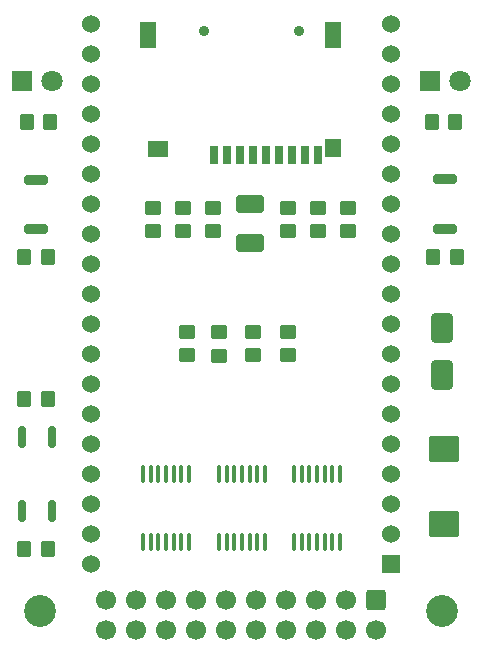
<source format=gbr>
%TF.GenerationSoftware,KiCad,Pcbnew,7.0.9*%
%TF.CreationDate,2024-01-05T00:29:13-06:00*%
%TF.ProjectId,FujiApple-DevKit-IDC-20,46756a69-4170-4706-9c65-2d4465764b69,1.0*%
%TF.SameCoordinates,Original*%
%TF.FileFunction,Soldermask,Top*%
%TF.FilePolarity,Negative*%
%FSLAX46Y46*%
G04 Gerber Fmt 4.6, Leading zero omitted, Abs format (unit mm)*
G04 Created by KiCad (PCBNEW 7.0.9) date 2024-01-05 00:29:13*
%MOMM*%
%LPD*%
G01*
G04 APERTURE LIST*
G04 Aperture macros list*
%AMRoundRect*
0 Rectangle with rounded corners*
0 $1 Rounding radius*
0 $2 $3 $4 $5 $6 $7 $8 $9 X,Y pos of 4 corners*
0 Add a 4 corners polygon primitive as box body*
4,1,4,$2,$3,$4,$5,$6,$7,$8,$9,$2,$3,0*
0 Add four circle primitives for the rounded corners*
1,1,$1+$1,$2,$3*
1,1,$1+$1,$4,$5*
1,1,$1+$1,$6,$7*
1,1,$1+$1,$8,$9*
0 Add four rect primitives between the rounded corners*
20,1,$1+$1,$2,$3,$4,$5,0*
20,1,$1+$1,$4,$5,$6,$7,0*
20,1,$1+$1,$6,$7,$8,$9,0*
20,1,$1+$1,$8,$9,$2,$3,0*%
G04 Aperture macros list end*
%ADD10RoundRect,0.250000X-0.350000X-0.450000X0.350000X-0.450000X0.350000X0.450000X-0.350000X0.450000X0*%
%ADD11RoundRect,0.250000X-0.650000X1.000000X-0.650000X-1.000000X0.650000X-1.000000X0.650000X1.000000X0*%
%ADD12RoundRect,0.250001X-0.924999X0.499999X-0.924999X-0.499999X0.924999X-0.499999X0.924999X0.499999X0*%
%ADD13RoundRect,0.250000X-0.450000X0.350000X-0.450000X-0.350000X0.450000X-0.350000X0.450000X0.350000X0*%
%ADD14RoundRect,0.250000X0.350000X0.450000X-0.350000X0.450000X-0.350000X-0.450000X0.350000X-0.450000X0*%
%ADD15RoundRect,0.100000X-0.100000X0.637500X-0.100000X-0.637500X0.100000X-0.637500X0.100000X0.637500X0*%
%ADD16RoundRect,0.250000X0.450000X-0.350000X0.450000X0.350000X-0.450000X0.350000X-0.450000X-0.350000X0*%
%ADD17R,1.530000X1.530000*%
%ADD18C,1.530000*%
%ADD19C,2.700000*%
%ADD20RoundRect,0.250000X-1.025000X0.875000X-1.025000X-0.875000X1.025000X-0.875000X1.025000X0.875000X0*%
%ADD21RoundRect,0.250000X-0.600000X0.600000X-0.600000X-0.600000X0.600000X-0.600000X0.600000X0.600000X0*%
%ADD22C,1.700000*%
%ADD23RoundRect,0.200000X0.800000X-0.200000X0.800000X0.200000X-0.800000X0.200000X-0.800000X-0.200000X0*%
%ADD24RoundRect,0.150000X0.150000X-0.750000X0.150000X0.750000X-0.150000X0.750000X-0.150000X-0.750000X0*%
%ADD25R,1.800000X1.800000*%
%ADD26C,1.800000*%
%ADD27C,0.900000*%
%ADD28R,0.700000X1.600000*%
%ADD29R,1.400000X1.600000*%
%ADD30R,1.400000X2.200000*%
%ADD31R,1.800000X1.400000*%
G04 APERTURE END LIST*
D10*
%TO.C,R12*%
X136430000Y-109220000D03*
X138430000Y-109220000D03*
%TD*%
D11*
%TO.C,D3*%
X171831000Y-103156000D03*
X171831000Y-107156000D03*
%TD*%
D12*
%TO.C,C1*%
X155575000Y-92710000D03*
X155575000Y-95960000D03*
%TD*%
D13*
%TO.C,R4*%
X152400000Y-92980000D03*
X152400000Y-94980000D03*
%TD*%
D14*
%TO.C,R2*%
X138652000Y-85725000D03*
X136652000Y-85725000D03*
%TD*%
D15*
%TO.C,U3*%
X150405001Y-115572501D03*
X149755001Y-115572501D03*
X149105001Y-115572501D03*
X148455001Y-115572501D03*
X147805001Y-115572501D03*
X147155001Y-115572501D03*
X146505001Y-115572501D03*
X146505001Y-121297501D03*
X147155001Y-121297501D03*
X147805001Y-121297501D03*
X148455001Y-121297501D03*
X149105001Y-121297501D03*
X149755001Y-121297501D03*
X150405001Y-121297501D03*
%TD*%
D14*
%TO.C,R11*%
X138430000Y-121920000D03*
X136430000Y-121920000D03*
%TD*%
D15*
%TO.C,U2*%
X156845001Y-115572501D03*
X156195001Y-115572501D03*
X155545001Y-115572501D03*
X154895001Y-115572501D03*
X154245001Y-115572501D03*
X153595001Y-115572501D03*
X152945001Y-115572501D03*
X152945001Y-121297501D03*
X153595001Y-121297501D03*
X154245001Y-121297501D03*
X154895001Y-121297501D03*
X155545001Y-121297501D03*
X156195001Y-121297501D03*
X156845001Y-121297501D03*
%TD*%
D13*
%TO.C,R7*%
X147320000Y-92980000D03*
X147320000Y-94980000D03*
%TD*%
D14*
%TO.C,R9*%
X173085000Y-97155000D03*
X171085000Y-97155000D03*
%TD*%
D13*
%TO.C,R5*%
X158750000Y-92980000D03*
X158750000Y-94980000D03*
%TD*%
D10*
%TO.C,R10*%
X136430000Y-97155000D03*
X138430000Y-97155000D03*
%TD*%
D16*
%TO.C,R15*%
X155800000Y-105505000D03*
X155800000Y-103505000D03*
%TD*%
D13*
%TO.C,R8*%
X149860000Y-92980000D03*
X149860000Y-94980000D03*
%TD*%
D17*
%TO.C,U4*%
X167462200Y-123180000D03*
D18*
X167462200Y-120640000D03*
X167462200Y-118100000D03*
X167462200Y-115560000D03*
X167462200Y-113020000D03*
X167462200Y-110480000D03*
X167462200Y-107940000D03*
X167462200Y-105400000D03*
X167462200Y-102860000D03*
X167462200Y-100320000D03*
X167462200Y-97780000D03*
X167462200Y-95240000D03*
X167462200Y-92700000D03*
X167462200Y-90160000D03*
X167462200Y-87620000D03*
X167462200Y-85080000D03*
X167462200Y-82540000D03*
X167462200Y-80000000D03*
X167462200Y-77460000D03*
X142062200Y-77460000D03*
X142062200Y-80000000D03*
X142062200Y-82540000D03*
X142062200Y-85080000D03*
X142062200Y-87620000D03*
X142062200Y-90160000D03*
X142062200Y-92700000D03*
X142062200Y-95240000D03*
X142062200Y-97780000D03*
X142062200Y-100320000D03*
X142062200Y-102860000D03*
X142062200Y-105400000D03*
X142062200Y-107940000D03*
X142062200Y-110480000D03*
X142062200Y-113020000D03*
X142062200Y-115560000D03*
X142062200Y-118100000D03*
X142062200Y-120640000D03*
X142062200Y-123180000D03*
%TD*%
D15*
%TO.C,U1*%
X163195001Y-115572501D03*
X162545001Y-115572501D03*
X161895001Y-115572501D03*
X161245001Y-115572501D03*
X160595001Y-115572501D03*
X159945001Y-115572501D03*
X159295001Y-115572501D03*
X159295001Y-121297501D03*
X159945001Y-121297501D03*
X160595001Y-121297501D03*
X161245001Y-121297501D03*
X161895001Y-121297501D03*
X162545001Y-121297501D03*
X163195001Y-121297501D03*
%TD*%
D19*
%TO.C,H2*%
X171831000Y-127127000D03*
%TD*%
D16*
%TO.C,R16*%
X158750000Y-105505000D03*
X158750000Y-103505000D03*
%TD*%
D20*
%TO.C,C2*%
X171958000Y-113386000D03*
X171958000Y-119786000D03*
%TD*%
D16*
%TO.C,R13*%
X152908000Y-105521000D03*
X152908000Y-103521000D03*
%TD*%
D21*
%TO.C,J1*%
X166203000Y-126238000D03*
D22*
X166203000Y-128778000D03*
X163663000Y-126238000D03*
X163663000Y-128778000D03*
X161123000Y-126238000D03*
X161123000Y-128778000D03*
X158583000Y-126238000D03*
X158583000Y-128778000D03*
X156043000Y-126238000D03*
X156043000Y-128778000D03*
X153503000Y-126238000D03*
X153503000Y-128778000D03*
X150963000Y-126238000D03*
X150963000Y-128778000D03*
X148423000Y-126238000D03*
X148423000Y-128778000D03*
X145883000Y-126238000D03*
X145883000Y-128778000D03*
X143343000Y-126238000D03*
X143343000Y-128778000D03*
%TD*%
D19*
%TO.C,H1*%
X137795000Y-127127000D03*
%TD*%
D23*
%TO.C,SW2*%
X137445400Y-94810000D03*
X137445400Y-90610000D03*
%TD*%
D13*
%TO.C,R6*%
X161290000Y-92980000D03*
X161290000Y-94980000D03*
%TD*%
D14*
%TO.C,R1*%
X172958000Y-85725000D03*
X170958000Y-85725000D03*
%TD*%
D13*
%TO.C,R3*%
X163830000Y-92980000D03*
X163830000Y-94980000D03*
%TD*%
D23*
%TO.C,SW1*%
X172085000Y-94790600D03*
X172085000Y-90590600D03*
%TD*%
D24*
%TO.C,U5*%
X136271000Y-118668000D03*
X138811000Y-118668000D03*
X138811000Y-112368000D03*
X136271000Y-112368000D03*
%TD*%
D25*
%TO.C,D1*%
X170815000Y-82296000D03*
D26*
X173355000Y-82296000D03*
%TD*%
D27*
%TO.C,P1*%
X159686800Y-78000000D03*
X151686800Y-78000000D03*
D28*
X152486800Y-88500000D03*
X153586800Y-88500000D03*
X154686800Y-88500000D03*
X155786800Y-88500000D03*
X156886800Y-88500000D03*
X157986800Y-88500000D03*
X159086800Y-88500000D03*
X160186800Y-88500000D03*
X161286800Y-88500000D03*
D29*
X162586800Y-87900000D03*
D30*
X162586800Y-78400000D03*
X146886800Y-78400000D03*
D31*
X147786800Y-88000000D03*
%TD*%
D16*
%TO.C,R14*%
X150241000Y-105505000D03*
X150241000Y-103505000D03*
%TD*%
D25*
%TO.C,D2*%
X136271000Y-82296000D03*
D26*
X138811000Y-82296000D03*
%TD*%
M02*

</source>
